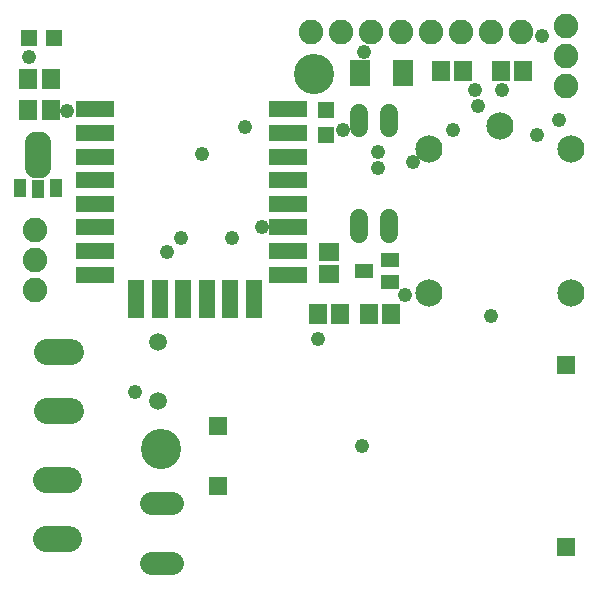
<source format=gts>
G75*
%MOIN*%
%OFA0B0*%
%FSLAX25Y25*%
%IPPOS*%
%LPD*%
%AMOC8*
5,1,8,0,0,1.08239X$1,22.5*
%
%ADD10C,0.13398*%
%ADD11R,0.12611X0.05524*%
%ADD12R,0.05524X0.12611*%
%ADD13C,0.06000*%
%ADD14C,0.05950*%
%ADD15R,0.05950X0.05950*%
%ADD16C,0.09068*%
%ADD17R,0.03950X0.06312*%
%ADD18C,0.06600*%
%ADD19R,0.03937X0.06299*%
%ADD20C,0.08600*%
%ADD21R,0.06312X0.04737*%
%ADD22R,0.06706X0.09068*%
%ADD23R,0.05918X0.06706*%
%ADD24C,0.07800*%
%ADD25R,0.05918X0.07099*%
%ADD26R,0.05524X0.05524*%
%ADD27R,0.07099X0.05918*%
%ADD28C,0.08200*%
%ADD29C,0.04800*%
D10*
X0071833Y0055000D03*
X0122833Y0180000D03*
D11*
X0114223Y0168335D03*
X0114223Y0160461D03*
X0114223Y0152587D03*
X0114223Y0144713D03*
X0114223Y0136839D03*
X0114223Y0128965D03*
X0114223Y0121091D03*
X0114223Y0113217D03*
X0049656Y0113217D03*
X0049656Y0121091D03*
X0049656Y0128965D03*
X0049656Y0136839D03*
X0049656Y0144713D03*
X0049656Y0152587D03*
X0049656Y0160461D03*
X0049656Y0168335D03*
D12*
X0063436Y0104949D03*
X0071310Y0104949D03*
X0079184Y0104949D03*
X0087058Y0104949D03*
X0094932Y0104949D03*
X0102806Y0104949D03*
D13*
X0137833Y0126800D02*
X0137833Y0132000D01*
X0147833Y0132000D02*
X0147833Y0126800D01*
X0147833Y0162000D02*
X0147833Y0167200D01*
X0137833Y0167200D02*
X0137833Y0162000D01*
D14*
X0070833Y0090843D03*
X0070833Y0071157D03*
D15*
X0090888Y0062606D03*
X0090888Y0042921D03*
X0206636Y0022449D03*
X0206636Y0083079D03*
D16*
X0208455Y0106984D03*
X0161211Y0106984D03*
X0161211Y0155016D03*
X0184833Y0162890D03*
X0208455Y0155016D03*
D17*
X0036833Y0142000D03*
X0024833Y0142000D03*
D18*
X0029733Y0148916D02*
X0031933Y0148916D01*
X0029733Y0148916D02*
X0029733Y0157486D01*
X0031933Y0157486D01*
X0031933Y0148916D01*
X0031933Y0155515D02*
X0029733Y0155515D01*
D19*
X0030833Y0141705D03*
D20*
X0033433Y0025200D02*
X0041233Y0025200D01*
X0041233Y0044900D02*
X0033433Y0044900D01*
X0033933Y0067700D02*
X0041733Y0067700D01*
X0041733Y0087400D02*
X0033933Y0087400D01*
D21*
X0139503Y0114500D03*
X0148164Y0110760D03*
X0148164Y0118240D03*
D22*
X0152420Y0180500D03*
X0138247Y0180500D03*
D23*
X0035073Y0178500D03*
X0027593Y0178500D03*
X0027593Y0168000D03*
X0035073Y0168000D03*
D24*
X0068333Y0037000D02*
X0075333Y0037000D01*
X0075333Y0017000D02*
X0068333Y0017000D01*
D25*
X0124093Y0100000D03*
X0131573Y0100000D03*
X0141093Y0100000D03*
X0148573Y0100000D03*
X0165093Y0181000D03*
X0172573Y0181000D03*
X0185093Y0181000D03*
X0192573Y0181000D03*
D26*
X0126833Y0168134D03*
X0126833Y0159866D03*
X0035967Y0192000D03*
X0027699Y0192000D03*
D27*
X0127833Y0120740D03*
X0127833Y0113260D03*
D28*
X0206833Y0176000D03*
X0206833Y0186000D03*
X0206833Y0196000D03*
X0191833Y0194000D03*
X0181833Y0194000D03*
X0171833Y0194000D03*
X0161833Y0194000D03*
X0151833Y0194000D03*
X0141833Y0194000D03*
X0131833Y0194000D03*
X0121833Y0194000D03*
X0029833Y0128000D03*
X0029833Y0118000D03*
X0029833Y0108000D03*
D29*
X0063033Y0074100D03*
X0073833Y0120900D03*
X0078333Y0125500D03*
X0095433Y0125500D03*
X0105333Y0129000D03*
X0085533Y0153300D03*
X0099933Y0162300D03*
X0132333Y0161400D03*
X0144033Y0154200D03*
X0144033Y0148800D03*
X0155733Y0150600D03*
X0169233Y0161400D03*
X0177333Y0169500D03*
X0176433Y0174900D03*
X0185433Y0174900D03*
X0197133Y0159600D03*
X0204333Y0164600D03*
X0198933Y0192900D03*
X0139533Y0187500D03*
X0153033Y0106500D03*
X0181833Y0099300D03*
X0138633Y0056100D03*
X0124033Y0091900D03*
X0040533Y0167700D03*
X0027933Y0185800D03*
M02*

</source>
